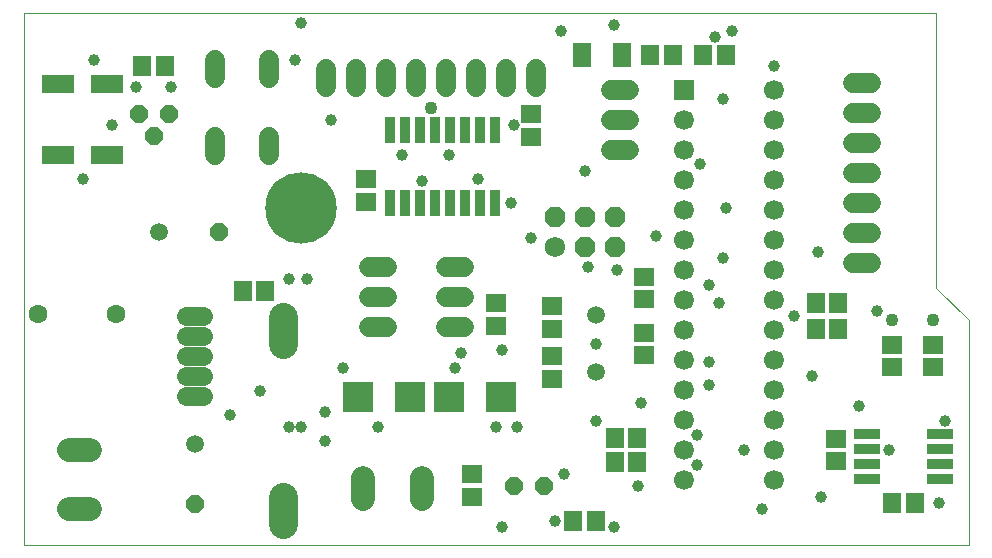
<source format=gts>
G75*
%MOIN*%
%OFA0B0*%
%FSLAX24Y24*%
%IPPOS*%
%LPD*%
%AMOC8*
5,1,8,0,0,1.08239X$1,22.5*
%
%ADD10C,0.0000*%
%ADD11R,0.0666X0.0666*%
%ADD12C,0.0666*%
%ADD13R,0.0591X0.0669*%
%ADD14R,0.0669X0.0591*%
%ADD15C,0.0596*%
%ADD16C,0.0679*%
%ADD17OC8,0.0679*%
%ADD18C,0.0630*%
%ADD19C,0.0964*%
%ADD20OC8,0.0596*%
%ADD21C,0.0630*%
%ADD22C,0.0784*%
%ADD23R,0.1102X0.0630*%
%ADD24R,0.0339X0.0879*%
%ADD25C,0.0679*%
%ADD26R,0.0879X0.0339*%
%ADD27R,0.1024X0.1024*%
%ADD28R,0.0630X0.0787*%
%ADD29C,0.2379*%
%ADD30C,0.0394*%
%ADD31C,0.0433*%
D10*
X000149Y000149D02*
X000149Y017866D01*
X030563Y017866D01*
X030563Y008712D01*
X031645Y007630D01*
X031645Y000149D01*
X000149Y000149D01*
D11*
X022149Y015315D03*
D12*
X022149Y014315D03*
X022149Y013315D03*
X022149Y012315D03*
X022149Y011315D03*
X022149Y010315D03*
X022149Y009315D03*
X022149Y008315D03*
X022149Y007315D03*
X022149Y006315D03*
X022149Y005315D03*
X022149Y004315D03*
X022149Y003315D03*
X022149Y002315D03*
X025149Y002315D03*
X025149Y003315D03*
X025149Y004315D03*
X025149Y005315D03*
X025149Y006315D03*
X025149Y007315D03*
X025149Y008315D03*
X025149Y009315D03*
X025149Y010315D03*
X025149Y011315D03*
X025149Y012315D03*
X025149Y013315D03*
X025149Y014315D03*
X025149Y015315D03*
D13*
X023555Y016488D03*
X022807Y016488D03*
X021783Y016488D03*
X021035Y016488D03*
X008200Y008614D03*
X007452Y008614D03*
X019854Y003693D03*
X020602Y003693D03*
X020602Y002905D03*
X019854Y002905D03*
X019224Y000937D03*
X018476Y000937D03*
X029106Y001527D03*
X029854Y001527D03*
X027295Y007334D03*
X026547Y007334D03*
X026547Y008220D03*
X027295Y008220D03*
X004854Y016094D03*
X004106Y016094D03*
D14*
X011567Y012334D03*
X011567Y011586D03*
X017078Y013752D03*
X017078Y014500D03*
X020819Y009086D03*
X020819Y008338D03*
X020819Y007216D03*
X020819Y006468D03*
X017767Y006429D03*
X017767Y005681D03*
X017767Y007354D03*
X017767Y008102D03*
X015897Y008200D03*
X015897Y007452D03*
X015110Y002492D03*
X015110Y001744D03*
X027216Y002925D03*
X027216Y003673D03*
X029086Y006074D03*
X029086Y006822D03*
X030464Y006822D03*
X030464Y006074D03*
D15*
X019244Y005892D03*
X019244Y007792D03*
X005858Y003511D03*
X004661Y010582D03*
D16*
X017850Y010082D03*
D17*
X018850Y010082D03*
X019850Y010082D03*
X019850Y011082D03*
X018850Y011082D03*
X017850Y011082D03*
D18*
X006118Y007787D02*
X005567Y007787D01*
X005567Y007118D02*
X006118Y007118D01*
X006118Y006448D02*
X005567Y006448D01*
X005567Y005779D02*
X006118Y005779D01*
X006118Y005110D02*
X005567Y005110D01*
D19*
X008811Y006841D02*
X008811Y007726D01*
X008811Y001726D02*
X008811Y000841D01*
D20*
X005858Y001511D03*
X016480Y002118D03*
X017480Y002118D03*
X006661Y010582D03*
X004480Y013769D03*
X004980Y014519D03*
X003980Y014519D03*
D21*
X003220Y007826D03*
X000622Y007826D03*
D22*
X001659Y003299D02*
X002364Y003299D01*
X002364Y001330D02*
X001659Y001330D01*
X011468Y001659D02*
X011468Y002364D01*
X013437Y002364D02*
X013437Y001659D01*
D23*
X002925Y013141D03*
X001311Y013141D03*
X001311Y015504D03*
X002925Y015504D03*
D24*
X012376Y013958D03*
X012876Y013958D03*
X013376Y013958D03*
X013876Y013958D03*
X014376Y013958D03*
X014876Y013958D03*
X015376Y013958D03*
X015876Y013958D03*
X015876Y011538D03*
X015376Y011538D03*
X014876Y011538D03*
X014376Y011538D03*
X013876Y011538D03*
X013376Y011538D03*
X012876Y011538D03*
X012376Y011538D03*
D25*
X012260Y009417D02*
X011660Y009417D01*
X011660Y008417D02*
X012260Y008417D01*
X012260Y007417D02*
X011660Y007417D01*
X014219Y007417D02*
X014819Y007417D01*
X014819Y008417D02*
X014219Y008417D01*
X014219Y009417D02*
X014819Y009417D01*
X008323Y013136D02*
X008323Y013736D01*
X006543Y013736D02*
X006543Y013136D01*
X010232Y015400D02*
X010232Y016000D01*
X011232Y016000D02*
X011232Y015400D01*
X012232Y015400D02*
X012232Y016000D01*
X013232Y016000D02*
X013232Y015400D01*
X014232Y015400D02*
X014232Y016000D01*
X015232Y016000D02*
X015232Y015400D01*
X016232Y015400D02*
X016232Y016000D01*
X017232Y016000D02*
X017232Y015400D01*
X019731Y015322D02*
X020331Y015322D01*
X020331Y014322D02*
X019731Y014322D01*
X019731Y013322D02*
X020331Y013322D01*
X027802Y013551D02*
X028402Y013551D01*
X028402Y014551D02*
X027802Y014551D01*
X027802Y015551D02*
X028402Y015551D01*
X028402Y012551D02*
X027802Y012551D01*
X027802Y011551D02*
X028402Y011551D01*
X028402Y010551D02*
X027802Y010551D01*
X027802Y009551D02*
X028402Y009551D01*
X008323Y015696D02*
X008323Y016296D01*
X006543Y016296D02*
X006543Y015696D01*
D26*
X028270Y003852D03*
X028270Y003352D03*
X028270Y002852D03*
X028270Y002352D03*
X030690Y002352D03*
X030690Y002852D03*
X030690Y003352D03*
X030690Y003852D03*
D27*
X016074Y005070D03*
X014342Y005070D03*
X013023Y005070D03*
X011291Y005070D03*
D28*
X018771Y016488D03*
X020110Y016488D03*
D29*
X009401Y011370D03*
D30*
X012748Y013141D03*
X013437Y012256D03*
X014322Y013141D03*
X015307Y012354D03*
X016389Y011527D03*
X017078Y010385D03*
X018948Y009401D03*
X019933Y009303D03*
X021212Y010444D03*
X023476Y009696D03*
X022984Y008811D03*
X023319Y008220D03*
X025838Y007767D03*
X028594Y007925D03*
X026626Y009893D03*
X023574Y011370D03*
X022689Y012846D03*
X023476Y015011D03*
X025149Y016094D03*
X023771Y017275D03*
X023181Y017078D03*
X019834Y017472D03*
X018063Y017275D03*
X016488Y014126D03*
X018850Y012610D03*
X010385Y014322D03*
X009204Y016291D03*
X009401Y017531D03*
X005070Y015405D03*
X003889Y015405D03*
X002511Y016291D03*
X003102Y014126D03*
X002118Y012354D03*
X009007Y009007D03*
X009598Y009007D03*
X010779Y006055D03*
X010189Y004578D03*
X009401Y004086D03*
X009007Y004086D03*
X010189Y003594D03*
X011960Y004086D03*
X014519Y006055D03*
X014716Y006547D03*
X016094Y006645D03*
X019244Y006842D03*
X020720Y004874D03*
X019244Y004283D03*
X016586Y004086D03*
X015897Y004086D03*
X018161Y002511D03*
X020622Y002118D03*
X022590Y002807D03*
X024165Y003299D03*
X022590Y003791D03*
X022984Y005464D03*
X022984Y006252D03*
X026429Y005759D03*
X028004Y004775D03*
X028988Y003299D03*
X030858Y004283D03*
X026724Y001724D03*
X024756Y001330D03*
X019834Y000740D03*
X017866Y000937D03*
X016094Y000740D03*
X008023Y005267D03*
X007039Y004480D03*
X030661Y001527D03*
D31*
X030464Y007630D03*
X029086Y007630D03*
X013732Y014716D03*
M02*

</source>
